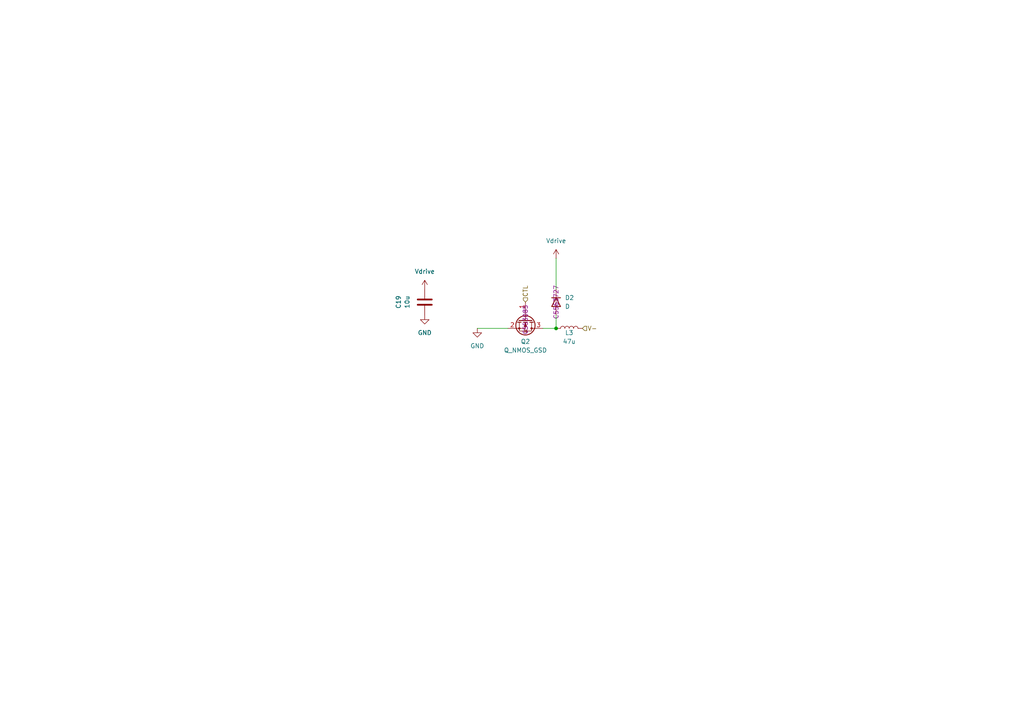
<source format=kicad_sch>
(kicad_sch (version 20250114) (generator "eeschema") (generator_version "9.0")
  (paper "A4")
  (lib_symbols
    (symbol "Device:C" (pin_numbers (hide yes)) (pin_names (offset 0.254))
      (property "Reference" "C" (at 0.635 2.54 0))
      (property "Value" "C" (at 0.635 -2.54 0))
      (symbol "C_0_1"
        (polyline (pts (xy -2.032 0.762) (xy 2.032 0.762)) (stroke (width 0.508)))
        (polyline (pts (xy -2.032 -0.762) (xy 2.032 -0.762)) (stroke (width 0.508)))
      )
      (symbol "C_1_1"
        (pin passive line (at 0 3.81 270) (length 2.794) (name "~") (number "1"))
        (pin passive line (at 0 -3.81 90) (length 2.794) (name "~") (number "2"))
      )
    )
    (symbol "Device:D" (pin_numbers (hide yes)) (pin_names (offset 1.016) (hide yes))
      (property "Reference" "D" (at 0 2.54 0))
      (property "Value" "D" (at 0 -2.54 0))
      (symbol "D_0_1"
        (polyline (pts (xy -1.27 1.27) (xy -1.27 -1.27)) (stroke (width 0.254)))
        (polyline (pts (xy 1.27 1.27) (xy 1.27 -1.27) (xy -1.27 0) (xy 1.27 1.27)) (stroke (width 0.254)))
        (polyline (pts (xy 1.27 0) (xy -1.27 0)))
      )
      (symbol "D_1_1"
        (pin passive line (at -3.81 0 0) (length 2.54) (name "K") (number "1"))
        (pin passive line (at 3.81 0 180) (length 2.54) (name "A") (number "2"))
      )
    )
    (symbol "Device:L" (pin_numbers (hide yes)) (pin_names (offset 1.016) (hide yes))
      (property "Reference" "L" (at -1.27 0 90))
      (property "Value" "L" (at 1.905 0 90))
      (symbol "L_0_1"
        (arc (start 0 2.54) (mid 0.6323 1.905) (end 0 1.27))
        (arc (start 0 1.27) (mid 0.6323 0.635) (end 0 0))
        (arc (start 0 0) (mid 0.6323 -0.635) (end 0 -1.27))
        (arc (start 0 -1.27) (mid 0.6323 -1.905) (end 0 -2.54))
      )
      (symbol "L_1_1"
        (pin passive line (at 0 3.81 270) (length 1.27) (name "1") (number "1"))
        (pin passive line (at 0 -3.81 90) (length 1.27) (name "2") (number "2"))
      )
    )
    (symbol "Device:Q_NMOS_GSD" (pin_names (offset 0) (hide yes))
      (property "Reference" "Q" (at 5.08 1.27 0))
      (property "Value" "Q_NMOS_GSD" (at 5.08 -1.27 0))
      (symbol "Q_NMOS_GSD_0_1"
        (polyline (pts (xy 0.254 1.905) (xy 0.254 -1.905)) (stroke (width 0.254)))
        (polyline (pts (xy 0.254 0) (xy -2.54 0)))
        (polyline (pts (xy 0.762 2.286) (xy 0.762 1.27)) (stroke (width 0.254)))
        (polyline (pts (xy 0.762 0.508) (xy 0.762 -0.508)) (stroke (width 0.254)))
        (polyline (pts (xy 0.762 -1.27) (xy 0.762 -2.286)) (stroke (width 0.254)))
        (polyline (pts (xy 0.762 -1.778) (xy 3.302 -1.778) (xy 3.302 1.778) (xy 0.762 1.778)))
        (polyline (pts (xy 1.016 0) (xy 2.032 0.381) (xy 2.032 -0.381) (xy 1.016 0)) (fill (type outline)))
        (circle (center 1.651 0) (radius 2.794) (stroke (width 0.254)))
        (polyline (pts (xy 2.54 2.54) (xy 2.54 1.778)))
        (circle (center 2.54 1.778) (radius 0.254) (fill (type outline)))
        (circle (center 2.54 -1.778) (radius 0.254) (fill (type outline)))
        (polyline (pts (xy 2.54 -2.54) (xy 2.54 0) (xy 0.762 0)))
        (polyline (pts (xy 2.794 0.508) (xy 2.921 0.381) (xy 3.683 0.381) (xy 3.81 0.254)))
        (polyline (pts (xy 3.302 0.381) (xy 2.921 -0.254) (xy 3.683 -0.254) (xy 3.302 0.381)))
      )
      (symbol "Q_NMOS_GSD_1_1"
        (pin input line (at -5.08 0 0) (length 2.54) (name "G") (number "1"))
        (pin passive line (at 2.54 5.08 270) (length 2.54) (name "D") (number "3"))
        (pin passive line (at 2.54 -5.08 90) (length 2.54) (name "S") (number "2"))
      )
    )
    (symbol "power:GND" (power) (pin_numbers (hide yes)) (pin_names (offset 0) (hide yes))
      (property "Value" "GND" (at 0 -3.81 0))
      (symbol "GND_0_1"
        (polyline (pts (xy 0 0) (xy 0 -1.27) (xy 1.27 -1.27) (xy 0 -2.54) (xy -1.27 -1.27) (xy 0 -1.27)))
      )
      (symbol "GND_1_1"
        (pin power_in line (at 0 0 270) (length 0) (name "~") (number "1"))
      )
    )
    (symbol "power:Vdrive" (power) (pin_numbers (hide yes)) (pin_names (offset 0) (hide yes))
      (property "Value" "Vdrive" (at 0 3.556 0))
      (symbol "Vdrive_0_1"
        (polyline (pts (xy -0.762 1.27) (xy 0 2.54)))
        (polyline (pts (xy 0 2.54) (xy 0.762 1.27)))
        (polyline (pts (xy 0 0) (xy 0 2.54)))
      )
      (symbol "Vdrive_1_1"
        (pin power_in line (at 0 0 90) (length 0) (name "~") (number "1"))
      )
    )
  )
  (junction (at 161.29 95.25))
  (wire (pts (xy 157.48 95.25) (xy 161.29 95.25)))
  (wire (pts (xy 161.29 74.93) (xy 161.29 83.82)))
  (wire (pts (xy 138.43 95.25) (xy 147.32 95.25)))
  (wire (pts (xy 161.29 91.44) (xy 161.29 95.25)))
  (hierarchical_label "CTL" (shape input) (at 152.4 87.63 90))
  (hierarchical_label "V-" (shape input) (at 168.91 95.25 0))
  (symbol (lib_id "power:GND") (at 138.43 95.25 0) (unit 1)
    (property "Reference" "#PWR037" (effects (hide yes)))
    (property "Value" "GND" (at 138.43 100.33 0))
    (property "Description" "Power symbol creates a global label with name \"GND\" , ground" (effects (hide yes)))
    (instances (project "LED-control" (path "" (reference "#PWR041") (unit 1)) (path "" (reference "#PWR037") (unit 1)) (path "" (reference "#PWR045") (unit 1))))
  )
  (symbol (lib_id "Device:C") (at 123.19 87.63 0) (mirror x) (unit 1)
    (property "Reference" "C18" (at 115.57 87.63 90))
    (property "Value" "10u" (at 118.11 87.63 90))
    (property "Footprint" "Capacitor_SMD:C_0805_2012Metric_Pad1.18x1.45mm_HandSolder" (effects (hide yes)))
    (property "Description" "Unpolarized capacitor" (effects (hide yes)))
    (instances (project "LED-control" (path "" (reference "C19") (unit 1)) (path "" (reference "C18") (unit 1)) (path "" (reference "C20") (unit 1))))
  )
  (symbol (lib_id "power:Vdrive") (at 161.29 74.93 0) (unit 1)
    (property "Reference" "#PWR038" (effects (hide yes)))
    (property "Value" "Vdrive" (at 161.29 69.85 0))
    (property "Description" "Power symbol creates a global label with name \"Vdrive\"" (effects (hide yes)))
    (instances (project "LED-control" (path "" (reference "#PWR042") (unit 1)) (path "" (reference "#PWR038") (unit 1)) (path "" (reference "#PWR046") (unit 1))))
  )
  (symbol (lib_id "power:Vdrive") (at 123.19 83.82 0) (unit 1)
    (property "Reference" "#PWR035" (effects (hide yes)))
    (property "Value" "Vdrive" (at 123.19 78.74 0))
    (property "Description" "Power symbol creates a global label with name \"Vdrive\"" (effects (hide yes)))
    (instances (project "LED-control" (path "" (reference "#PWR039") (unit 1)) (path "" (reference "#PWR035") (unit 1)) (path "" (reference "#PWR043") (unit 1))))
  )
  (symbol (lib_id "power:GND") (at 123.19 91.44 0) (unit 1)
    (property "Reference" "#PWR036" (effects (hide yes)))
    (property "Value" "GND" (at 123.19 96.52 0))
    (property "Description" "Power symbol creates a global label with name \"GND\" , ground" (effects (hide yes)))
    (instances (project "LED-control" (path "" (reference "#PWR040") (unit 1)) (path "" (reference "#PWR036") (unit 1)) (path "" (reference "#PWR044") (unit 1))))
  )
  (symbol (lib_id "Device:Q_NMOS_GSD") (at 152.4 92.71 270) (unit 1)
    (property "Reference" "Q1" (at 152.4 99.06 90))
    (property "Value" "Q_NMOS_GSD" (at 152.4 101.6 90))
    (property "Footprint" "Package_TO_SOT_SMD:SC-59_Handsoldering" (effects (hide yes)))
    (property "Description" "N-MOSFET transistor, gate/source/drain" (effects (hide yes)))
    (property "Part" "PMV20XNER" (effects (hide yes)))
    (property "LCSC" "C553085" (at 152.4 92.71 0))
    (instances (project "" (path "" (reference "Q2") (unit 1)) (path "" (reference "Q1") (unit 1)) (path "" (reference "Q3") (unit 1))))
  )
  (symbol (lib_id "Device:L") (at 165.1 95.25 90) (unit 1)
    (property "Reference" "L2" (at 165.1 96.52 90))
    (property "Value" "47u" (at 165.1 99.06 90))
    (property "Footprint" "local:INDPM7973X540N" (effects (hide yes)))
    (property "Description" "Inductor" (effects (hide yes)))
    (property "Field6" "SRP7050WA-470M" (effects (hide yes)))
    (instances (project "LED-control" (path "" (reference "L3") (unit 1)) (path "" (reference "L2") (unit 1)) (path "" (reference "L4") (unit 1))))
  )
  (symbol (lib_id "Device:D") (at 161.29 87.63 270) (unit 1)
    (property "Reference" "D1" (at 163.83 86.3599 90) (effects (justify left)))
    (property "Value" "D" (at 163.83 88.8999 90) (effects (justify left)))
    (property "Footprint" "Diode_SMD:D_PowerDI-123" (effects (hide yes)))
    (property "Description" "Diode" (effects (hide yes)))
    (property "Sim.Device" "D" (effects (hide yes)))
    (property "Sim.Pins" "1=K 2=A" (effects (hide yes)))
    (property "Product" "SBR3U40P1Q-7 " (effects (hide yes)))
    (property "LCSC" "C5563727" (at 161.29 87.63 0))
    (instances (project "LED-control" (path "" (reference "D2") (unit 1)) (path "" (reference "D1") (unit 1)) (path "" (reference "D3") (unit 1))))
  )
)
</source>
